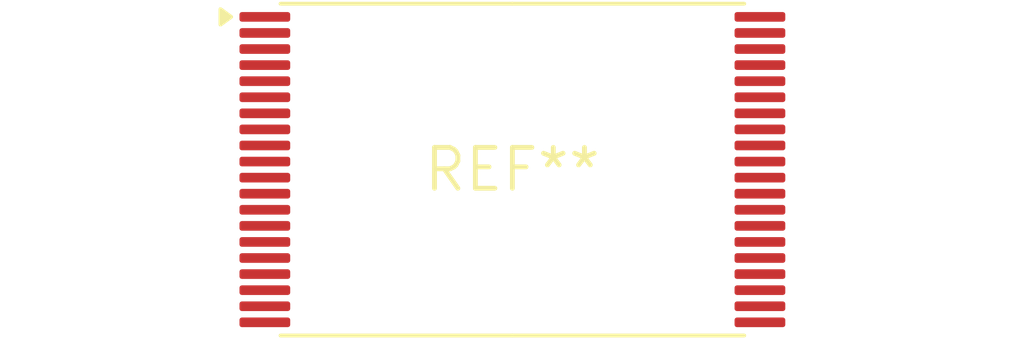
<source format=kicad_pcb>
(kicad_pcb (version 20240108) (generator pcbnew)
  (layers (0 "F.Cu" signal) (31 "B.Cu" signal) (34 "B.Paste" user) (35 "F.Paste" user) (36 "B.SilkS" user "B.Silkscreen") (37 "F.SilkS" user "F.Silkscreen") (38 "B.Mask" user) (39 "F.Mask" user) (44 "Edge.Cuts" user))
  (net 0 "")
  (footprint "TSOP-I-40_14.4x10mm_P0.5mm" (layer "F.Cu") (at 0 0)
    (property "Reference" "REF**")
    (property "Value" "TSOP-I-40_14.4x10mm_P0.5mm")
    (fp_line (start 0 -5.16) (end -7.2 -5.16) (layer "F.SilkS") (stroke (width 0.12)))
    (fp_line (start 0 -5.16) (end 7.2 -5.16) (layer "F.SilkS") (stroke (width 0.12)))
    (fp_line (start 0 5.16) (end -7.2 5.16) (layer "F.SilkS") (stroke (width 0.12)))
    (fp_line (start 0 5.16) (end 7.2 5.16) (layer "F.SilkS") (stroke (width 0.12)))
    (fp_poly (pts (xy -8.735 -4.75) (xy -9.065 -4.99) (xy -9.065 -4.51) (xy -8.735 -4.75)) (layer "F.SilkS") (stroke (width 0.12)) (fill solid))
    (pad "1" smd roundrect (at -7.6875 -4.75) (size 1.575 0.3) (layers "F.Cu" "F.Paste" "F.Mask"))
    (pad "2" smd roundrect (at -7.6875 -4.25) (size 1.575 0.3) (layers "F.Cu" "F.Paste" "F.Mask"))
    (pad "3" smd roundrect (at -7.6875 -3.75) (size 1.575 0.3) (layers "F.Cu" "F.Paste" "F.Mask"))
    (pad "4" smd roundrect (at -7.6875 -3.25) (size 1.575 0.3) (layers "F.Cu" "F.Paste" "F.Mask"))
    (pad "5" smd roundrect (at -7.6875 -2.75) (size 1.575 0.3) (layers "F.Cu" "F.Paste" "F.Mask"))
    (pad "6" smd roundrect (at -7.6875 -2.25) (size 1.575 0.3) (layers "F.Cu" "F.Paste" "F.Mask"))
    (pad "7" smd roundrect (at -7.6875 -1.75) (size 1.575 0.3) (layers "F.Cu" "F.Paste" "F.Mask"))
    (pad "8" smd roundrect (at -7.6875 -1.25) (size 1.575 0.3) (layers "F.Cu" "F.Paste" "F.Mask"))
    (pad "9" smd roundrect (at -7.6875 -0.75) (size 1.575 0.3) (layers "F.Cu" "F.Paste" "F.Mask"))
    (pad "10" smd roundrect (at -7.6875 -0.25) (size 1.575 0.3) (layers "F.Cu" "F.Paste" "F.Mask"))
    (pad "11" smd roundrect (at -7.6875 0.25) (size 1.575 0.3) (layers "F.Cu" "F.Paste" "F.Mask"))
    (pad "12" smd roundrect (at -7.6875 0.75) (size 1.575 0.3) (layers "F.Cu" "F.Paste" "F.Mask"))
    (pad "13" smd roundrect (at -7.6875 1.25) (size 1.575 0.3) (layers "F.Cu" "F.Paste" "F.Mask"))
    (pad "14" smd roundrect (at -7.6875 1.75) (size 1.575 0.3) (layers "F.Cu" "F.Paste" "F.Mask"))
    (pad "15" smd roundrect (at -7.6875 2.25) (size 1.575 0.3) (layers "F.Cu" "F.Paste" "F.Mask"))
    (pad "16" smd roundrect (at -7.6875 2.75) (size 1.575 0.3) (layers "F.Cu" "F.Paste" "F.Mask"))
    (pad "17" smd roundrect (at -7.6875 3.25) (size 1.575 0.3) (layers "F.Cu" "F.Paste" "F.Mask"))
    (pad "18" smd roundrect (at -7.6875 3.75) (size 1.575 0.3) (layers "F.Cu" "F.Paste" "F.Mask"))
    (pad "19" smd roundrect (at -7.6875 4.25) (size 1.575 0.3) (layers "F.Cu" "F.Paste" "F.Mask"))
    (pad "20" smd roundrect (at -7.6875 4.75) (size 1.575 0.3) (layers "F.Cu" "F.Paste" "F.Mask"))
    (pad "21" smd roundrect (at 7.6875 4.75) (size 1.575 0.3) (layers "F.Cu" "F.Paste" "F.Mask"))
    (pad "22" smd roundrect (at 7.6875 4.25) (size 1.575 0.3) (layers "F.Cu" "F.Paste" "F.Mask"))
    (pad "23" smd roundrect (at 7.6875 3.75) (size 1.575 0.3) (layers "F.Cu" "F.Paste" "F.Mask"))
    (pad "24" smd roundrect (at 7.6875 3.25) (size 1.575 0.3) (layers "F.Cu" "F.Paste" "F.Mask"))
    (pad "25" smd roundrect (at 7.6875 2.75) (size 1.575 0.3) (layers "F.Cu" "F.Paste" "F.Mask"))
    (pad "26" smd roundrect (at 7.6875 2.25) (size 1.575 0.3) (layers "F.Cu" "F.Paste" "F.Mask"))
    (pad "27" smd roundrect (at 7.6875 1.75) (size 1.575 0.3) (layers "F.Cu" "F.Paste" "F.Mask"))
    (pad "28" smd roundrect (at 7.6875 1.25) (size 1.575 0.3) (layers "F.Cu" "F.Paste" "F.Mask"))
    (pad "29" smd roundrect (at 7.6875 0.75) (size 1.575 0.3) (layers "F.Cu" "F.Paste" "F.Mask"))
    (pad "30" smd roundrect (at 7.6875 0.25) (size 1.575 0.3) (layers "F.Cu" "F.Paste" "F.Mask"))
    (pad "31" smd roundrect (at 7.6875 -0.25) (size 1.575 0.3) (layers "F.Cu" "F.Paste" "F.Mask"))
    (pad "32" smd roundrect (at 7.6875 -0.75) (size 1.575 0.3) (layers "F.Cu" "F.Paste" "F.Mask"))
    (pad "33" smd roundrect (at 7.6875 -1.25) (size 1.575 0.3) (layers "F.Cu" "F.Paste" "F.Mask"))
    (pad "34" smd roundrect (at 7.6875 -1.75) (size 1.575 0.3) (layers "F.Cu" "F.Paste" "F.Mask"))
    (pad "35" smd roundrect (at 7.6875 -2.25) (size 1.575 0.3) (layers "F.Cu" "F.Paste" "F.Mask"))
    (pad "36" smd roundrect (at 7.6875 -2.75) (size 1.575 0.3) (layers "F.Cu" "F.Paste" "F.Mask"))
    (pad "37" smd roundrect (at 7.6875 -3.25) (size 1.575 0.3) (layers "F.Cu" "F.Paste" "F.Mask"))
    (pad "38" smd roundrect (at 7.6875 -3.75) (size 1.575 0.3) (layers "F.Cu" "F.Paste" "F.Mask"))
    (pad "39" smd roundrect (at 7.6875 -4.25) (size 1.575 0.3) (layers "F.Cu" "F.Paste" "F.Mask"))
    (pad "40" smd roundrect (at 7.6875 -4.75) (size 1.575 0.3) (layers "F.Cu" "F.Paste" "F.Mask"))
  )
)
</source>
